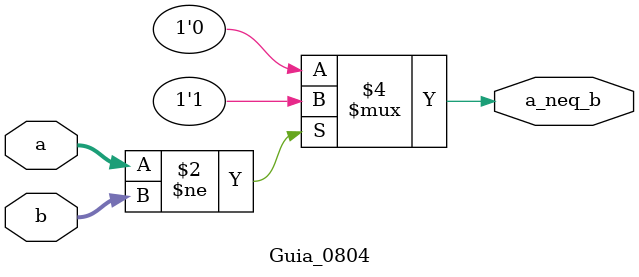
<source format=v>
/*
	Guia_0803.v
	806454 - Yago Almeida Melo
*/

module Guia_0804 (
    input wire [5:0] a,
    input wire [5:0] b,
    output reg a_neq_b
    );

    always @* begin
      if (a != b) begin
        a_neq_b = 1;
      end
      else begin
        a_neq_b = 0;
      end
    end
endmodule


</source>
